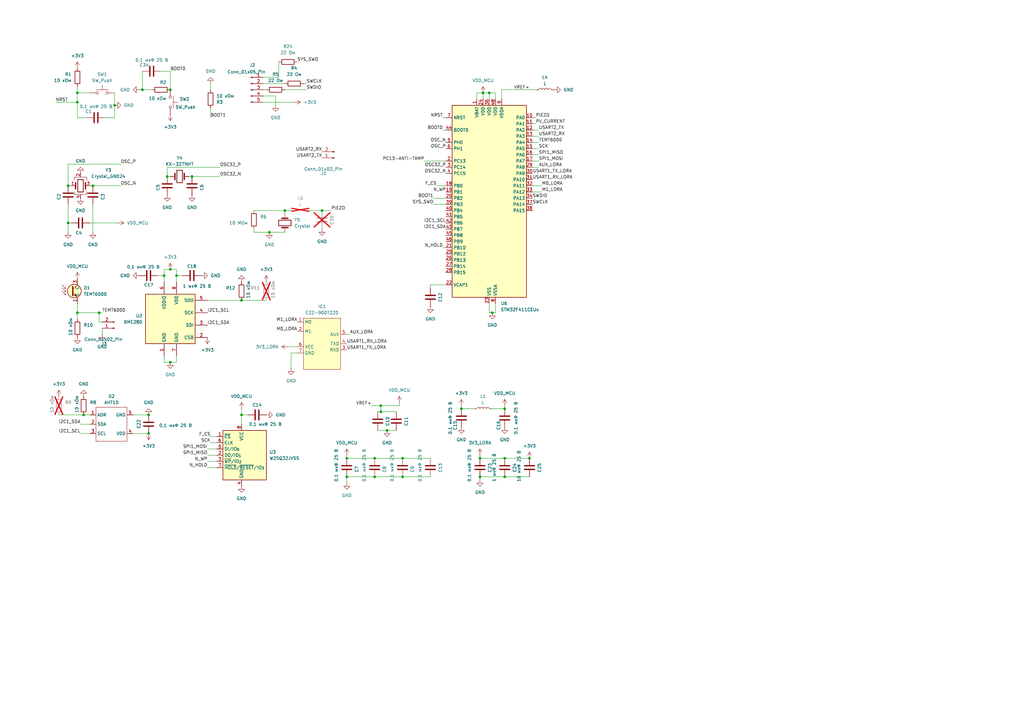
<source format=kicad_sch>
(kicad_sch (version 20250114) (generator "eeschema") (generator_version "9.0")
  (paper "A3")
  (lib_symbols
    (symbol "Connector:Conn_01x02_Pin" (pin_names (offset 1.016) (hide yes))
      (property "Reference" "J" (at 0 2.54 0))
      (property "Value" "Conn_01x02_Pin" (at 0 -5.08 0))
      (symbol "Conn_01x02_Pin_1_1"
        (pin passive line (at 5.08 0 180) (length 3.81) (name "Pin_1") (number "1"))
        (pin passive line (at 5.08 -2.54 180) (length 3.81) (name "Pin_2") (number "2"))
      )
    )
    (symbol "Connector:Conn_01x05_Pin" (pin_names (offset 1.016) (hide yes))
      (property "Reference" "J" (at 0 7.62 0))
      (property "Value" "Conn_01x05_Pin" (at 0 -7.62 0))
      (symbol "Conn_01x05_Pin_1_1"
        (pin passive line (at 5.08 5.08 180) (length 3.81) (name "Pin_1") (number "1"))
        (pin passive line (at 5.08 2.54 180) (length 3.81) (name "Pin_2") (number "2"))
        (pin passive line (at 5.08 0 180) (length 3.81) (name "Pin_3") (number "3"))
        (pin passive line (at 5.08 -2.54 180) (length 3.81) (name "Pin_4") (number "4"))
        (pin passive line (at 5.08 -5.08 180) (length 3.81) (name "Pin_5") (number "5"))
      )
    )
    (symbol "Device:C" (pin_numbers (hide yes)) (pin_names (offset 0.254))
      (property "Reference" "C" (at 0.635 2.54 0))
      (property "Value" "C" (at 0.635 -2.54 0))
      (symbol "C_1_1"
        (pin passive line (at 0 3.81 270) (length 2.794) (name "~") (number "1"))
        (pin passive line (at 0 -3.81 90) (length 2.794) (name "~") (number "2"))
      )
    )
    (symbol "Device:Crystal" (pin_numbers (hide yes)) (pin_names (offset 1.016) (hide yes))
      (property "Reference" "Y" (at 0 3.81 0))
      (property "Value" "Crystal" (at 0 -3.81 0))
      (symbol "Crystal_1_1"
        (pin passive line (at -3.81 0 0) (length 1.27) (name "1") (number "1"))
        (pin passive line (at 3.81 0 180) (length 1.27) (name "2") (number "2"))
      )
    )
    (symbol "Device:Crystal_GND24" (pin_names (offset 1.016) (hide yes))
      (property "Reference" "Y" (at 3.175 5.08 0))
      (property "Value" "Crystal_GND24" (at 3.175 3.175 0))
      (symbol "Crystal_GND24_1_1"
        (pin passive line (at -3.81 0 0) (length 1.27) (name "1") (number "1"))
        (pin passive line (at 0 5.08 270) (length 1.27) (name "2") (number "2"))
        (pin passive line (at 0 -5.08 90) (length 1.27) (name "4") (number "4"))
        (pin passive line (at 3.81 0 180) (length 1.27) (name "3") (number "3"))
      )
    )
    (symbol "Device:L" (pin_numbers (hide yes)) (pin_names (offset 1.016) (hide yes))
      (property "Reference" "L" (at -1.27 0 90))
      (property "Value" "L" (at 1.905 0 90))
      (symbol "L_1_1"
        (pin passive line (at 0 3.81 270) (length 1.27) (name "1") (number "1"))
        (pin passive line (at 0 -3.81 90) (length 1.27) (name "2") (number "2"))
      )
    )
    (symbol "Device:R" (pin_numbers (hide yes)) (pin_names (offset 0))
      (property "Reference" "R" (at 2.032 0 90))
      (property "Value" "R" (at 0 0 90))
      (symbol "R_1_1"
        (pin passive line (at 0 3.81 270) (length 1.27) (name "~") (number "1"))
        (pin passive line (at 0 -3.81 90) (length 1.27) (name "~") (number "2"))
      )
    )
    (symbol "Diplom:AHT10"
      (property "Reference" "D" (at -0.762 -8.89 0))
      (property "Value" "AHT10" (at 0 -6.096 0))
      (symbol "AHT10_1_1"
        (pin input line (at -8.89 3.81 0) (length 2.54) (name "ADR") (number "1"))
        (pin bidirectional line (at -8.89 0 0) (length 2.54) (name "SDA") (number "2"))
        (pin bidirectional line (at -8.89 -3.81 0) (length 2.54) (name "SCL") (number "3"))
        (pin no_connect line (at 0 8.89 270) (length 2.54) (hide yes) (name "NC") (number "6"))
        (pin power_in line (at 8.89 3.81 180) (length 2.54) (name "GND") (number "5"))
        (pin power_in line (at 8.89 -3.81 180) (length 2.54) (name "VDD") (number "4"))
      )
    )
    (symbol "Diplom:E22-900T22D"
      (property "Reference" "IC" (at -1.016 -11.43 0))
      (property "Value" "E22-900T22D" (at 0 -8.89 0))
      (symbol "E22-900T22D_1_1"
        (pin input line (at -10.16 8.89 0) (length 2.54) (name "M0") (number "1"))
        (pin input line (at -10.16 5.08 0) (length 2.54) (name "M1") (number "2"))
        (pin power_in line (at -10.16 -1.27 0) (length 2.54) (name "VCC") (number "6"))
        (pin power_in line (at -10.16 -3.81 0) (length 2.54) (name "GND") (number "7"))
        (pin no_connect line (at 0 12.7 270) (length 2.54) (hide yes) (name "NC") (number "8"))
        (pin no_connect line (at 2.54 12.7 270) (length 2.54) (hide yes) (name "NC") (number "9"))
        (pin no_connect line (at 5.08 12.7 270) (length 2.54) (hide yes) (name "NC") (number "10"))
        (pin output line (at 10.16 3.81 180) (length 2.54) (name "AUX") (number "5"))
        (pin output line (at 10.16 0 180) (length 2.54) (name "TXD") (number "4"))
        (pin input line (at 10.16 -2.54 180) (length 2.54) (name "RXD") (number "3"))
      )
    )
    (symbol "Diplom:TEMT6000"
      (property "Reference" "D" (at 3.556 -2.54 0))
      (property "Value" "TEMT6000" (at 6.35 -0.254 0))
      (symbol "TEMT6000_1_1"
        (pin no_connect line (at -5.08 0 0) (length 5.715) (hide yes) (name "B") (number "2"))
        (pin passive line (at 0 5.08 270) (length 2.54) (name "C") (number "3"))
        (pin passive line (at 0 -5.08 90) (length 2.54) (name "E") (number "1"))
      )
    )
    (symbol "MCU_ST_STM32F4:STM32F411CEUx"
      (property "Reference" "U" (at -15.24 41.91 0))
      (property "Value" "STM32F411CEUx" (at 7.62 41.91 0))
      (symbol "STM32F411CEUx_1_1"
        (pin input line (at -17.78 35.56 0) (length 2.54) (name "NRST") (number "7"))
        (pin input line (at -17.78 30.48 0) (length 2.54) (name "BOOT0") (number "44"))
        (pin bidirectional line (at -17.78 25.4 0) (length 2.54) (name "PH0") (number "5"))
        (pin bidirectional line (at -17.78 22.86 0) (length 2.54) (name "PH1") (number "6"))
        (pin bidirectional line (at -17.78 17.78 0) (length 2.54) (name "PC13") (number "2"))
        (pin bidirectional line (at -17.78 15.24 0) (length 2.54) (name "PC14") (number "3"))
        (pin bidirectional line (at -17.78 12.7 0) (length 2.54) (name "PC15") (number "4"))
        (pin bidirectional line (at -17.78 7.62 0) (length 2.54) (name "PB0") (number "18"))
        (pin bidirectional line (at -17.78 5.08 0) (length 2.54) (name "PB1") (number "19"))
        (pin bidirectional line (at -17.78 2.54 0) (length 2.54) (name "PB2") (number "20"))
        (pin bidirectional line (at -17.78 0 0) (length 2.54) (name "PB3") (number "39"))
        (pin bidirectional line (at -17.78 -2.54 0) (length 2.54) (name "PB4") (number "40"))
        (pin bidirectional line (at -17.78 -5.08 0) (length 2.54) (name "PB5") (number "41"))
        (pin bidirectional line (at -17.78 -7.62 0) (length 2.54) (name "PB6") (number "42"))
        (pin bidirectional line (at -17.78 -10.16 0) (length 2.54) (name "PB7") (number "43"))
        (pin bidirectional line (at -17.78 -12.7 0) (length 2.54) (name "PB8") (number "45"))
        (pin bidirectional line (at -17.78 -15.24 0) (length 2.54) (name "PB9") (number "46"))
        (pin bidirectional line (at -17.78 -17.78 0) (length 2.54) (name "PB10") (number "21"))
        (pin bidirectional line (at -17.78 -20.32 0) (length 2.54) (name "PB12") (number "25"))
        (pin bidirectional line (at -17.78 -22.86 0) (length 2.54) (name "PB13") (number "26"))
        (pin bidirectional line (at -17.78 -25.4 0) (length 2.54) (name "PB14") (number "27"))
        (pin bidirectional line (at -17.78 -27.94 0) (length 2.54) (name "PB15") (number "28"))
        (pin power_out line (at -17.78 -33.02 0) (length 2.54) (name "VCAP1") (number "22"))
        (pin power_in line (at -5.08 43.18 270) (length 2.54) (name "VBAT") (number "1"))
        (pin power_in line (at -2.54 43.18 270) (length 2.54) (name "VDD") (number "24"))
        (pin power_in line (at 0 43.18 270) (length 2.54) (name "VDD") (number "36"))
        (pin power_in line (at 0 -40.64 90) (length 2.54) (name "VSS") (number "23"))
        (pin passive line (at 0 -40.64 90) (length 2.54) (hide yes) (name "VSS") (number "35"))
        (pin passive line (at 0 -40.64 90) (length 2.54) (hide yes) (name "VSS") (number "47"))
        (pin passive line (at 0 -40.64 90) (length 2.54) (hide yes) (name "VSS") (number "49"))
        (pin power_in line (at 2.54 43.18 270) (length 2.54) (name "VDD") (number "48"))
        (pin power_in line (at 2.54 -40.64 90) (length 2.54) (name "VSSA") (number "8"))
        (pin power_in line (at 5.08 43.18 270) (length 2.54) (name "VDDA") (number "9"))
        (pin bidirectional line (at 17.78 35.56 180) (length 2.54) (name "PA0") (number "10"))
        (pin bidirectional line (at 17.78 33.02 180) (length 2.54) (name "PA1") (number "11"))
        (pin bidirectional line (at 17.78 30.48 180) (length 2.54) (name "PA2") (number "12"))
        (pin bidirectional line (at 17.78 27.94 180) (length 2.54) (name "PA3") (number "13"))
        (pin bidirectional line (at 17.78 25.4 180) (length 2.54) (name "PA4") (number "14"))
        (pin bidirectional line (at 17.78 22.86 180) (length 2.54) (name "PA5") (number "15"))
        (pin bidirectional line (at 17.78 20.32 180) (length 2.54) (name "PA6") (number "16"))
        (pin bidirectional line (at 17.78 17.78 180) (length 2.54) (name "PA7") (number "17"))
        (pin bidirectional line (at 17.78 15.24 180) (length 2.54) (name "PA8") (number "29"))
        (pin bidirectional line (at 17.78 12.7 180) (length 2.54) (name "PA9") (number "30"))
        (pin bidirectional line (at 17.78 10.16 180) (length 2.54) (name "PA10") (number "31"))
        (pin bidirectional line (at 17.78 7.62 180) (length 2.54) (name "PA11") (number "32"))
        (pin bidirectional line (at 17.78 5.08 180) (length 2.54) (name "PA12") (number "33"))
        (pin bidirectional line (at 17.78 2.54 180) (length 2.54) (name "PA13") (number "34"))
        (pin bidirectional line (at 17.78 0 180) (length 2.54) (name "PA14") (number "37"))
        (pin bidirectional line (at 17.78 -2.54 180) (length 2.54) (name "PA15") (number "38"))
      )
    )
    (symbol "Memory_Flash:W25Q32JVSS"
      (property "Reference" "U" (at -6.35 11.43 0))
      (property "Value" "W25Q32JVSS" (at 7.62 11.43 0))
      (symbol "W25Q32JVSS_1_1"
        (pin input line (at -10.16 7.62 0) (length 2.54) (name "~{CS}") (number "1"))
        (pin input line (at -10.16 5.08 0) (length 2.54) (name "CLK") (number "6"))
        (pin bidirectional line (at -10.16 2.54 0) (length 2.54) (name "DI/IO_{0}") (number "5"))
        (pin bidirectional line (at -10.16 0 0) (length 2.54) (name "DO/IO_{1}") (number "2"))
        (pin bidirectional line (at -10.16 -2.54 0) (length 2.54) (name "~{WP}/IO_{2}") (number "3"))
        (pin bidirectional line (at -10.16 -5.08 0) (length 2.54) (name "~{HOLD}/~{RESET}/IO_{3}") (number "7"))
        (pin power_in line (at 0 12.7 270) (length 2.54) (name "VCC") (number "8"))
        (pin power_in line (at 0 -12.7 90) (length 2.54) (name "GND") (number "4"))
      )
    )
    (symbol "Sensor:BME280"
      (property "Reference" "U" (at -8.89 11.43 0))
      (property "Value" "BME280" (at 7.62 11.43 0))
      (symbol "BME280_1_1"
        (pin power_in line (at -2.54 15.24 270) (length 5.08) (name "VDDIO") (number "6"))
        (pin power_in line (at -2.54 -15.24 90) (length 5.08) (name "GND") (number "1"))
        (pin power_in line (at 2.54 15.24 270) (length 5.08) (name "VDD") (number "8"))
        (pin power_in line (at 2.54 -15.24 90) (length 5.08) (name "GND") (number "7"))
        (pin bidirectional line (at 15.24 7.62 180) (length 5.08) (name "SDO") (number "5"))
        (pin input line (at 15.24 2.54 180) (length 5.08) (name "SCK") (number "4"))
        (pin bidirectional line (at 15.24 -2.54 180) (length 5.08) (name "SDI") (number "3"))
        (pin input line (at 15.24 -7.62 180) (length 5.08) (name "CSB") (number "2"))
      )
    )
    (symbol "Switch:SW_Push" (pin_numbers (hide yes)) (pin_names (offset 1.016) (hide yes))
      (property "Reference" "SW" (at 1.27 2.54 0))
      (property "Value" "SW_Push" (at 0 -1.524 0))
      (symbol "SW_Push_0_1"
        (pin passive line (at -5.08 0 0) (length 2.54) (name "1") (number "1"))
        (pin passive line (at 5.08 0 180) (length 2.54) (name "2") (number "2"))
      )
    )
    (symbol "power:+3.3V" (power) (pin_numbers (hide yes)) (pin_names (offset 0) (hide yes))
      (property "Value" "+3.3V" (at 0 3.556 0))
      (symbol "+3.3V_1_1"
        (pin power_in line (at 0 0 90) (length 0) (name "~") (number "1"))
      )
    )
    (symbol "power:+3V3" (power) (pin_numbers (hide yes)) (pin_names (offset 0) (hide yes))
      (property "Value" "+3V3" (at 0 3.556 0))
      (symbol "+3V3_1_1"
        (pin power_in line (at 0 0 90) (length 0) (name "~") (number "1"))
      )
    )
    (symbol "power:GND" (power) (pin_numbers (hide yes)) (pin_names (offset 0) (hide yes))
      (property "Value" "GND" (at 0 -3.81 0))
      (symbol "GND_1_1"
        (pin power_in line (at 0 0 270) (length 0) (name "~") (number "1"))
      )
    )
  )
  (junction (at 207.01 187.96))
  (junction (at 68.58 72.39))
  (junction (at 58.42 36.83))
  (junction (at 67.31 113.03))
  (junction (at 196.85 187.96))
  (junction (at 99.06 123.19))
  (junction (at 69.85 148.59))
  (junction (at 156.21 166.37))
  (junction (at 27.94 91.44))
  (junction (at 38.1 76.2))
  (junction (at 34.29 170.18))
  (junction (at 31.75 128.27))
  (junction (at 165.1 187.96))
  (junction (at 27.94 76.2))
  (junction (at 99.06 170.18))
  (junction (at 165.1 195.58))
  (junction (at 132.08 86.36))
  (junction (at 153.67 195.58))
  (junction (at 69.85 36.83))
  (junction (at 60.96 170.18))
  (junction (at 142.24 187.96))
  (junction (at 69.85 110.49))
  (junction (at 60.96 177.8))
  (junction (at 40.64 128.27))
  (junction (at 201.93 128.27))
  (junction (at 207.01 167.64))
  (junction (at 156.21 168.91))
  (junction (at 116.84 86.36))
  (junction (at 142.24 195.58))
  (junction (at 153.67 187.96))
  (junction (at 207.01 195.58))
  (junction (at 200.66 38.1))
  (junction (at 198.12 38.1))
  (junction (at 196.85 195.58))
  (junction (at 31.75 41.91))
  (junction (at 72.39 113.03))
  (junction (at 158.75 176.53))
  (junction (at 110.49 95.25))
  (junction (at 189.23 167.64))
  (junction (at 46.99 43.18))
  (junction (at 31.75 38.1))
  (junction (at 78.74 72.39))
  (junction (at 217.17 187.96))
  (wire (pts (xy 27.94 91.44) (xy 29.21 91.44)))
  (wire (pts (xy 22.86 41.91) (xy 31.75 41.91)))
  (wire (pts (xy 46.99 43.18) (xy 46.99 48.26)))
  (wire (pts (xy 207.01 187.96) (xy 217.17 187.96)))
  (wire (pts (xy 107.95 41.91) (xy 120.65 41.91)))
  (wire (pts (xy 86.36 44.45) (xy 86.36 48.26)))
  (wire (pts (xy 40.64 128.27) (xy 41.91 128.27)))
  (wire (pts (xy 177.8 81.28) (xy 182.88 81.28)))
  (wire (pts (xy 142.24 137.16) (xy 143.51 137.16)))
  (wire (pts (xy 173.99 66.04) (xy 182.88 66.04)))
  (wire (pts (xy 85.09 189.23) (xy 88.9 189.23)))
  (wire (pts (xy 196.85 195.58) (xy 207.01 195.58)))
  (wire (pts (xy 198.12 38.1) (xy 198.12 40.64)))
  (wire (pts (xy 176.53 116.84) (xy 182.88 116.84)))
  (wire (pts (xy 218.44 53.34) (xy 220.98 53.34)))
  (wire (pts (xy 132.08 86.36) (xy 135.89 86.36)))
  (wire (pts (xy 36.83 91.44) (xy 48.26 91.44)))
  (wire (pts (xy 72.39 113.03) (xy 72.39 110.49)))
  (wire (pts (xy 165.1 195.58) (xy 176.53 195.58)))
  (wire (pts (xy 207.01 166.37) (xy 207.01 167.64)))
  (wire (pts (xy 177.8 83.82) (xy 182.88 83.82)))
  (wire (pts (xy 38.1 83.82) (xy 38.1 95.25)))
  (wire (pts (xy 107.95 31.75) (xy 114.3 31.75)))
  (wire (pts (xy 116.84 87.63) (xy 116.84 86.36)))
  (wire (pts (xy 67.31 148.59) (xy 69.85 148.59)))
  (wire (pts (xy 200.66 40.64) (xy 200.66 38.1)))
  (wire (pts (xy 78.74 72.39) (xy 90.17 72.39)))
  (wire (pts (xy 85.09 186.69) (xy 88.9 186.69)))
  (wire (pts (xy 67.31 146.05) (xy 67.31 148.59)))
  (wire (pts (xy 205.74 36.83) (xy 205.74 40.64)))
  (wire (pts (xy 218.44 66.04) (xy 220.98 66.04)))
  (wire (pts (xy 110.49 95.25) (xy 104.14 95.25)))
  (wire (pts (xy 31.75 41.91) (xy 31.75 38.1)))
  (wire (pts (xy 68.58 68.58) (xy 90.17 68.58)))
  (wire (pts (xy 67.31 110.49) (xy 69.85 110.49)))
  (wire (pts (xy 158.75 176.53) (xy 162.56 176.53)))
  (wire (pts (xy 119.38 151.13) (xy 119.38 144.78)))
  (wire (pts (xy 72.39 148.59) (xy 69.85 148.59)))
  (wire (pts (xy 40.64 132.08) (xy 40.64 128.27)))
  (wire (pts (xy 31.75 48.26) (xy 31.75 41.91)))
  (wire (pts (xy 99.06 170.18) (xy 99.06 173.99)))
  (wire (pts (xy 24.13 170.18) (xy 34.29 170.18)))
  (wire (pts (xy 109.22 123.19) (xy 99.06 123.19)))
  (wire (pts (xy 196.85 195.58) (xy 196.85 196.85)))
  (wire (pts (xy 156.21 168.91) (xy 162.56 168.91)))
  (wire (pts (xy 67.31 113.03) (xy 67.31 110.49)))
  (wire (pts (xy 125.73 34.29) (xy 124.46 34.29)))
  (wire (pts (xy 68.58 68.58) (xy 68.58 72.39)))
  (wire (pts (xy 200.66 38.1) (xy 203.2 38.1)))
  (wire (pts (xy 198.12 38.1) (xy 200.66 38.1)))
  (wire (pts (xy 152.4 166.37) (xy 156.21 166.37)))
  (wire (pts (xy 78.74 72.39) (xy 77.47 72.39)))
  (wire (pts (xy 36.83 38.1) (xy 31.75 38.1)))
  (wire (pts (xy 72.39 146.05) (xy 72.39 148.59)))
  (wire (pts (xy 127 86.36) (xy 132.08 86.36)))
  (wire (pts (xy 113.03 39.37) (xy 113.03 43.18)))
  (wire (pts (xy 181.61 48.26) (xy 182.88 48.26)))
  (wire (pts (xy 196.85 187.96) (xy 207.01 187.96)))
  (wire (pts (xy 203.2 128.27) (xy 201.93 128.27)))
  (wire (pts (xy 218.44 68.58) (xy 220.98 68.58)))
  (wire (pts (xy 27.94 95.25) (xy 27.94 91.44)))
  (wire (pts (xy 203.2 124.46) (xy 203.2 128.27)))
  (wire (pts (xy 218.44 63.5) (xy 220.98 63.5)))
  (wire (pts (xy 72.39 113.03) (xy 74.93 113.03)))
  (wire (pts (xy 35.56 48.26) (xy 31.75 48.26)))
  (wire (pts (xy 33.02 173.99) (xy 36.83 173.99)))
  (wire (pts (xy 57.15 36.83) (xy 58.42 36.83)))
  (wire (pts (xy 27.94 67.31) (xy 49.53 67.31)))
  (wire (pts (xy 85.09 123.19) (xy 99.06 123.19)))
  (wire (pts (xy 189.23 166.37) (xy 189.23 167.64)))
  (wire (pts (xy 165.1 187.96) (xy 176.53 187.96)))
  (wire (pts (xy 116.84 95.25) (xy 110.49 95.25)))
  (wire (pts (xy 189.23 167.64) (xy 194.31 167.64)))
  (wire (pts (xy 85.09 184.15) (xy 88.9 184.15)))
  (wire (pts (xy 207.01 195.58) (xy 217.17 195.58)))
  (wire (pts (xy 218.44 58.42) (xy 220.98 58.42)))
  (wire (pts (xy 27.94 67.31) (xy 27.94 76.2)))
  (wire (pts (xy 41.91 134.62) (xy 41.91 137.16)))
  (wire (pts (xy 163.83 166.37) (xy 156.21 166.37)))
  (wire (pts (xy 41.91 132.08) (xy 40.64 132.08)))
  (wire (pts (xy 153.67 187.96) (xy 165.1 187.96)))
  (wire (pts (xy 195.58 40.64) (xy 195.58 38.1)))
  (wire (pts (xy 38.1 76.2) (xy 36.83 76.2)))
  (wire (pts (xy 27.94 76.2) (xy 29.21 76.2)))
  (wire (pts (xy 46.99 38.1) (xy 46.99 43.18)))
  (wire (pts (xy 203.2 40.64) (xy 203.2 38.1)))
  (wire (pts (xy 58.42 36.83) (xy 62.23 36.83)))
  (wire (pts (xy 109.22 36.83) (xy 107.95 36.83)))
  (wire (pts (xy 85.09 191.77) (xy 88.9 191.77)))
  (wire (pts (xy 31.75 128.27) (xy 40.64 128.27)))
  (wire (pts (xy 33.02 177.8) (xy 36.83 177.8)))
  (wire (pts (xy 218.44 55.88) (xy 220.98 55.88)))
  (wire (pts (xy 34.29 170.18) (xy 36.83 170.18)))
  (wire (pts (xy 219.71 48.26) (xy 218.44 48.26)))
  (wire (pts (xy 116.84 86.36) (xy 119.38 86.36)))
  (wire (pts (xy 179.07 76.2) (xy 182.88 76.2)))
  (wire (pts (xy 222.25 78.74) (xy 218.44 78.74)))
  (wire (pts (xy 200.66 128.27) (xy 201.93 128.27)))
  (wire (pts (xy 125.73 36.83) (xy 116.84 36.83)))
  (wire (pts (xy 31.75 128.27) (xy 31.75 130.81)))
  (wire (pts (xy 99.06 170.18) (xy 101.6 170.18)))
  (wire (pts (xy 163.83 165.1) (xy 163.83 166.37)))
  (wire (pts (xy 205.74 36.83) (xy 219.71 36.83)))
  (wire (pts (xy 118.11 142.24) (xy 121.92 142.24)))
  (wire (pts (xy 31.75 38.1) (xy 31.75 35.56)))
  (wire (pts (xy 114.3 25.4) (xy 114.3 31.75)))
  (wire (pts (xy 142.24 195.58) (xy 153.67 195.58)))
  (wire (pts (xy 66.04 29.21) (xy 69.85 29.21)))
  (wire (pts (xy 72.39 110.49) (xy 69.85 110.49)))
  (wire (pts (xy 153.67 195.58) (xy 165.1 195.58)))
  (wire (pts (xy 218.44 60.96) (xy 220.98 60.96)))
  (wire (pts (xy 181.61 53.34) (xy 182.88 53.34)))
  (wire (pts (xy 142.24 195.58) (xy 142.24 198.12)))
  (wire (pts (xy 104.14 95.25) (xy 104.14 93.98)))
  (wire (pts (xy 31.75 124.46) (xy 31.75 128.27)))
  (wire (pts (xy 107.95 39.37) (xy 113.03 39.37)))
  (wire (pts (xy 54.61 177.8) (xy 60.96 177.8)))
  (wire (pts (xy 181.61 101.6) (xy 182.88 101.6)))
  (wire (pts (xy 222.25 76.2) (xy 218.44 76.2)))
  (wire (pts (xy 58.42 29.21) (xy 58.42 36.83)))
  (wire (pts (xy 67.31 115.57) (xy 67.31 113.03)))
  (wire (pts (xy 196.85 186.69) (xy 196.85 187.96)))
  (wire (pts (xy 176.53 118.11) (xy 176.53 116.84)))
  (wire (pts (xy 72.39 115.57) (xy 72.39 113.03)))
  (wire (pts (xy 156.21 166.37) (xy 156.21 168.91)))
  (wire (pts (xy 99.06 167.64) (xy 99.06 170.18)))
  (wire (pts (xy 116.84 34.29) (xy 107.95 34.29)))
  (wire (pts (xy 86.36 179.07) (xy 88.9 179.07)))
  (wire (pts (xy 68.58 72.39) (xy 69.85 72.39)))
  (wire (pts (xy 142.24 186.69) (xy 142.24 187.96)))
  (wire (pts (xy 219.71 50.8) (xy 218.44 50.8)))
  (wire (pts (xy 86.36 181.61) (xy 88.9 181.61)))
  (wire (pts (xy 104.14 86.36) (xy 116.84 86.36)))
  (wire (pts (xy 200.66 124.46) (xy 200.66 128.27)))
  (wire (pts (xy 154.94 176.53) (xy 158.75 176.53)))
  (wire (pts (xy 38.1 76.2) (xy 49.53 76.2)))
  (wire (pts (xy 54.61 170.18) (xy 60.96 170.18)))
  (wire (pts (xy 69.85 29.21) (xy 69.85 36.83)))
  (wire (pts (xy 27.94 83.82) (xy 27.94 91.44)))
  (wire (pts (xy 119.38 144.78) (xy 121.92 144.78)))
  (wire (pts (xy 64.77 113.03) (xy 67.31 113.03)))
  (wire (pts (xy 201.93 167.64) (xy 207.01 167.64)))
  (wire (pts (xy 142.24 187.96) (xy 153.67 187.96)))
  (wire (pts (xy 154.94 168.91) (xy 156.21 168.91)))
  (wire (pts (xy 195.58 38.1) (xy 198.12 38.1)))
  (wire (pts (xy 86.36 34.29) (xy 86.36 36.83)))
  (wire (pts (xy 46.99 48.26) (xy 43.18 48.26)))
  (label "PIEZO" (at 135.89 86.36 0))
  (label "OSC_P" (at 182.88 60.96 180))
  (label "I2C1_SDA" (at 85.09 133.35 0))
  (label "SYS_SWO" (at 121.92 25.4 0))
  (label "M1_LORA" (at 121.92 132.08 180))
  (label "SWCLK" (at 218.44 83.82 0))
  (label "VREF+" (at 217.17 36.83 180))
  (label "OSC32_P" (at 90.17 68.58 0))
  (label "SWDIO" (at 125.73 36.83 0))
  (label "OSC_N" (at 49.53 76.2 0))
  (label "OSC_N" (at 182.88 58.42 180))
  (label "SWCLK" (at 125.73 34.29 0))
  (label "F_CS" (at 86.36 179.07 180))
  (label "N_HOLD" (at 85.09 191.77 180))
  (label "USART1_RX_LORA" (at 218.44 73.66 0))
  (label "PC13-ANTI-TAMP" (at 173.99 66.04 180))
  (label "N_HOLD" (at 181.61 101.6 180))
  (label "TEMT6000" (at 41.91 128.27 0))
  (label "SCK" (at 220.98 60.96 0))
  (label "VREF+" (at 152.4 166.37 180))
  (label "SPI1_MOSI" (at 220.98 66.04 0))
  (label "OSC32_N" (at 182.88 71.12 180))
  (label "I2C1_SCL" (at 182.88 91.44 180))
  (label "USART2_RX" (at 220.98 55.88 0))
  (label "N_WP" (at 182.88 78.74 180))
  (label "OSC_P" (at 49.53 67.31 0))
  (label "USART2_TX" (at 132.08 64.77 180))
  (label "F_CS" (at 179.07 76.2 180))
  (label "TEMT6000" (at 220.98 58.42 0))
  (label "M0_LORA" (at 222.25 76.2 0))
  (label "NRST" (at 181.61 48.26 180))
  (label "SYS_SWO" (at 177.8 83.82 180))
  (label "PIEZO" (at 219.71 48.26 0))
  (label "OSC32_P" (at 182.88 68.58 180))
  (label "USART2_RX" (at 132.08 62.23 180))
  (label "SCK" (at 86.36 181.61 180))
  (label "M0_LORA" (at 121.92 135.89 180))
  (label "SPI1_MOSI" (at 85.09 184.15 180))
  (label "I2C1_SCL" (at 33.02 177.8 180))
  (label "SPI1_MISO" (at 220.98 63.5 0))
  (label "SWDIO" (at 218.44 81.28 0))
  (label "NRST" (at 22.86 41.91 0))
  (label "AUX_LORA" (at 220.98 68.58 0))
  (label "I2C1_SCL" (at 85.09 128.27 0))
  (label "BOOT0" (at 69.85 29.21 0))
  (label "USART1_TX_LORA" (at 218.44 71.12 0))
  (label "AUX_LORA" (at 143.51 137.16 0))
  (label "N_WP" (at 85.09 189.23 180))
  (label "OSC32_N" (at 90.17 72.39 0))
  (label "USART1_TX_LORA" (at 142.24 143.51 0))
  (label "I2C1_SDA" (at 33.02 173.99 180))
  (label "BOOT1" (at 86.36 48.26 0))
  (label "BOOT1" (at 177.8 81.28 180))
  (label "SPI1_MISO" (at 85.09 186.69 180))
  (label "USART2_TX" (at 220.98 53.34 0))
  (label "USART1_RX_LORA" (at 142.24 140.97 0))
  (label "I2C1_SDA" (at 182.88 93.98 180))
  (label "BOOT0" (at 181.61 53.34 180))
  (label "M1_LORA" (at 222.25 78.74 0))
  (label "PV_CURRENT" (at 219.71 50.8 0))
  (symbol (lib_id "Device:R") (at 86.36 40.64 180) (unit 1)
    (property "Reference" "R3" (at 91.44 41.91 0) (effects (justify left)))
    (property "Value" "10 кОм" (at 96.012 39.37 0) (effects (justify left)))
    (property "Footprint" "Resistor_SMD:R_0603_1608Metric_Pad0.98x0.95mm_HandSolder" (effects (hide yes)))
    (property "Description" "Resistor" (effects (hide yes)))
  )
  (symbol (lib_id "power:+3V3") (at 60.96 177.8 180) (unit 1)
    (property "Reference" "#PWR034" (effects (hide yes)))
    (property "Value" "+3V3" (at 60.96 182.88 0))
    (property "Description" "Power symbol creates a global label with name \"+3V3\"" (effects (hide yes)))
  )
  (symbol (lib_id "power:GND") (at 99.06 199.39 0) (unit 1)
    (property "Reference" "#PWR016" (effects (hide yes)))
    (property "Value" "GND" (at 99.06 204.47 0))
    (property "Description" "Power symbol creates a global label with name \"GND\" , ground" (effects (hide yes)))
  )
  (symbol (lib_id "Device:C") (at 132.08 90.17 0) (mirror y) (unit 1) (dnp yes)
    (property "Reference" "C35" (at 136.144 92.202 90) (effects (justify left)))
    (property "Value" "12 пФ 25 В" (effects (hide yes)))
    (property "Footprint" "Capacitor_SMD:C_0603_1608Metric_Pad1.08x0.95mm_HandSolder" (effects (hide yes)))
    (property "Description" "Unpolarized capacitor" (effects (hide yes)))
  )
  (symbol (lib_id "power:GND") (at 57.15 113.03 270) (unit 1)
    (property "Reference" "#PWR030" (effects (hide yes)))
    (property "Value" "GND" (at 53.34 113.0299 90) (effects (justify right)))
    (property "Description" "Power symbol creates a global label with name \"GND\" , ground" (effects (hide yes)))
  )
  (symbol (lib_id "power:+3V3") (at 24.13 162.56 0) (unit 1)
    (property "Reference" "#PWR036" (effects (hide yes)))
    (property "Value" "+3V3" (at 24.13 157.48 0))
    (property "Description" "Power symbol creates a global label with name \"+3V3\"" (effects (hide yes)))
  )
  (symbol (lib_id "power:GND") (at 82.55 113.03 90) (unit 1)
    (property "Reference" "#PWR031" (effects (hide yes)))
    (property "Value" "GND" (at 86.36 113.0299 90) (effects (justify right)))
    (property "Description" "Power symbol creates a global label with name \"GND\" , ground" (effects (hide yes)))
  )
  (symbol (lib_id "power:GND") (at 110.49 95.25 0) (unit 1)
    (property "Reference" "#PWR011" (effects (hide yes)))
    (property "Value" "GND" (at 110.49 100.33 0))
    (property "Description" "Power symbol creates a global label with name \"GND\" , ground" (effects (hide yes)))
  )
  (symbol (lib_id "Device:Crystal") (at 116.84 91.44 90) (unit 1)
    (property "Reference" "Y5" (at 120.65 90.1699 90) (effects (justify right)))
    (property "Value" "Crystal" (at 120.65 92.7099 90) (effects (justify right)))
    (property "Footprint" "Connector_Wire:SolderWire-0.75sqmm_1x02_P4.8mm_D1.25mm_OD2.3mm" (effects (hide yes)))
    (property "Description" "Two pin crystal" (effects (hide yes)))
  )
  (symbol (lib_id "power:GND") (at 99.06 115.57 0) (mirror x) (unit 1)
    (property "Reference" "#PWR046" (effects (hide yes)))
    (property "Value" "GND" (at 99.06 110.49 0))
    (property "Description" "Power symbol creates a global label with name \"GND\" , ground" (effects (hide yes)))
  )
  (symbol (lib_id "Device:R") (at 24.13 166.37 0) (unit 1) (dnp yes)
    (property "Reference" "R9" (at 26.67 165.0999 0) (effects (justify left)))
    (property "Value" "10 кОм" (at 21.336 169.418 90) (effects (justify left)))
    (property "Footprint" "Resistor_SMD:R_0603_1608Metric_Pad0.98x0.95mm_HandSolder" (effects (hide yes)))
    (property "Description" "Resistor" (effects (hide yes)))
  )
  (symbol (lib_id "Device:C") (at 196.85 191.77 0) (mirror y) (unit 1)
    (property "Reference" "C23" (at 200.914 193.802 90) (effects (justify left)))
    (property "Value" "0,1 мкФ 25 В" (at 192.532 197.612 90) (effects (justify left)))
    (property "Footprint" "Capacitor_SMD:C_0603_1608Metric_Pad1.08x0.95mm_HandSolder" (effects (hide yes)))
    (property "Description" "Unpolarized capacitor" (effects (hide yes)))
  )
  (symbol (lib_id "power:GND") (at 68.58 80.01 0) (unit 1)
    (property "Reference" "#PWR09" (effects (hide yes)))
    (property "Value" "GND" (at 68.58 85.09 0))
    (property "Description" "Power symbol creates a global label with name \"GND\" , ground" (effects (hide yes)))
  )
  (symbol (lib_id "Switch:SW_Push") (at 69.85 41.91 270) (unit 1)
    (property "Reference" "SW2" (at 73.66 40.6399 90) (effects (justify left)))
    (property "Value" "SW_Push" (at 71.882 43.942 90) (effects (justify left)))
    (property "Footprint" "Diplom:FSM8JSMATR" (effects (hide yes)))
    (property "Description" "Push button switch, generic, two pins" (effects (hide yes)))
  )
  (symbol (lib_id "Device:R") (at 31.75 134.62 0) (unit 1)
    (property "Reference" "R10" (at 34.29 133.3499 0) (effects (justify left)))
    (property "Value" "10 кОм" (at 28.956 137.668 90) (effects (justify left)))
    (property "Footprint" "Resistor_SMD:R_0603_1608Metric_Pad0.98x0.95mm_HandSolder" (effects (hide yes)))
    (property "Description" "Resistor" (effects (hide yes)))
  )
  (symbol (lib_id "power:+3V3") (at 189.23 166.37 0) (unit 1)
    (property "Reference" "#PWR027" (effects (hide yes)))
    (property "Value" "+3V3" (at 189.23 161.29 0))
    (property "Description" "Power symbol creates a global label with name \"+3V3\"" (effects (hide yes)))
  )
  (symbol (lib_id "power:+3V3") (at 85.09 138.43 180) (unit 1)
    (property "Reference" "#PWR044" (effects (hide yes)))
    (property "Value" "+3V3" (at 85.09 143.51 0))
    (property "Description" "Power symbol creates a global label with name \"+3V3\"" (effects (hide yes)))
  )
  (symbol (lib_id "Device:C") (at 33.02 91.44 270) (mirror x) (unit 1)
    (property "Reference" "C4" (at 30.988 95.504 90) (effects (justify left)))
    (property "Value" "0,1 мкФ 25 В" (effects (hide yes)))
    (property "Footprint" "Capacitor_SMD:C_0603_1608Metric_Pad1.08x0.95mm_HandSolder" (effects (hide yes)))
    (property "Description" "Unpolarized capacitor" (effects (hide yes)))
  )
  (symbol (lib_id "Device:R") (at 113.03 36.83 270) (unit 1)
    (property "Reference" "R5" (at 113.03 30.48 90))
    (property "Value" "22 Ом" (at 113.03 33.02 90))
    (property "Footprint" "Resistor_SMD:R_0603_1608Metric_Pad0.98x0.95mm_HandSolder" (effects (hide yes)))
    (property "Description" "Resistor" (effects (hide yes)))
  )
  (symbol (lib_id "power:+3V3") (at 69.85 46.99 180) (unit 1)
    (property "Reference" "#PWR04" (effects (hide yes)))
    (property "Value" "+3V3" (at 69.85 52.07 0))
    (property "Description" "Power symbol creates a global label with name \"+3V3\"" (effects (hide yes)))
  )
  (symbol (lib_id "Device:R") (at 99.06 119.38 0) (mirror y) (unit 1)
    (property "Reference" "R12" (at 96.52 118.1099 0) (effects (justify left)))
    (property "Value" "10 кОм" (at 101.854 122.428 90) (effects (justify left)))
    (property "Footprint" "Resistor_SMD:R_0603_1608Metric_Pad0.98x0.95mm_HandSolder" (effects (hide yes)))
    (property "Description" "Resistor" (effects (hide yes)))
  )
  (symbol (lib_id "power:+3.3V") (at 31.75 114.3 0) (unit 1)
    (property "Reference" "#PWR042" (effects (hide yes)))
    (property "Value" "VDD_MCU" (at 31.75 109.22 0))
    (property "Description" "Power symbol creates a global label with name \"+3.3V\"" (effects (hide yes)))
  )
  (symbol (lib_id "Device:C") (at 78.74 76.2 0) (mirror y) (unit 1)
    (property "Reference" "C6" (at 82.804 78.232 90) (effects (justify left)))
    (property "Value" "12 пФ 25 В" (effects (hide yes)))
    (property "Footprint" "Capacitor_SMD:C_0603_1608Metric_Pad1.08x0.95mm_HandSolder" (effects (hide yes)))
    (property "Description" "Unpolarized capacitor" (effects (hide yes)))
  )
  (symbol (lib_id "power:GND") (at 27.94 95.25 0) (unit 1)
    (property "Reference" "#PWR07" (effects (hide yes)))
    (property "Value" "GND" (at 27.94 100.33 0))
    (property "Description" "Power symbol creates a global label with name \"GND\" , ground" (effects (hide yes)))
  )
  (symbol (lib_id "Switch:SW_Push") (at 41.91 38.1 0) (unit 1)
    (property "Reference" "SW1" (at 41.91 30.48 0))
    (property "Value" "SW_Push" (at 41.91 33.02 0))
    (property "Footprint" "Diplom:FSM8JSMATR" (effects (hide yes)))
    (property "Description" "Push button switch, generic, two pins" (effects (hide yes)))
  )
  (symbol (lib_id "power:GND") (at 86.36 34.29 180) (unit 1)
    (property "Reference" "#PWR05" (effects (hide yes)))
    (property "Value" "GND" (at 86.36 29.21 0))
    (property "Description" "Power symbol creates a global label with name \"GND\" , ground" (effects (hide yes)))
  )
  (symbol (lib_id "Device:R") (at 104.14 90.17 0) (unit 1)
    (property "Reference" "R6" (at 106.68 88.8999 0) (effects (justify left)))
    (property "Value" "10 МОм" (at 93.98 91.44 0) (effects (justify left)))
    (property "Footprint" "Resistor_SMD:R_0603_1608Metric_Pad0.98x0.95mm_HandSolder" (effects (hide yes)))
    (property "Description" "Resistor" (effects (hide yes)))
  )
  (symbol (lib_id "Device:R") (at 66.04 36.83 270) (unit 1)
    (property "Reference" "R2" (at 65.532 33.782 90) (effects (justify left)))
    (property "Value" "10 кОм" (at 60.96 40.386 90) (effects (justify left)))
    (property "Footprint" "Resistor_SMD:R_0603_1608Metric_Pad0.98x0.95mm_HandSolder" (effects (hide yes)))
    (property "Description" "Resistor" (effects (hide yes)))
  )
  (symbol (lib_id "Device:R") (at 109.22 119.38 0) (mirror y) (unit 1) (dnp yes)
    (property "Reference" "R11" (at 106.68 118.1099 0) (effects (justify left)))
    (property "Value" "10 кОм" (at 112.014 122.428 90) (effects (justify left)))
    (property "Footprint" "Resistor_SMD:R_0603_1608Metric_Pad0.98x0.95mm_HandSolder" (effects (hide yes)))
    (property "Description" "Resistor" (effects (hide yes)))
  )
  (symbol (lib_id "Device:C") (at 60.96 113.03 90) (mirror x) (unit 1)
    (property "Reference" "C17" (at 62.992 116.84 90) (effects (justify left)))
    (property "Value" "0,1 мкФ 25 В" (at 65.532 109.474 90) (effects (justify left)))
    (property "Footprint" "Capacitor_SMD:C_0603_1608Metric_Pad1.08x0.95mm_HandSolder" (effects (hide yes)))
    (property "Description" "Unpolarized capacitor" (effects (hide yes)))
  )
  (symbol (lib_id "power:GND") (at 113.03 43.18 0) (unit 1)
    (property "Reference" "#PWR012" (effects (hide yes)))
    (property "Value" "GND" (at 113.03 48.26 0))
    (property "Description" "Power symbol creates a global label with name \"GND\" , ground" (effects (hide yes)))
  )
  (symbol (lib_id "power:+3.3V") (at 207.01 166.37 0) (unit 1)
    (property "Reference" "#PWR026" (effects (hide yes)))
    (property "Value" "VDD_MCU" (at 207.01 161.29 0))
    (property "Description" "Power symbol creates a global label with name \"+3.3V\"" (effects (hide yes)))
  )
  (symbol (lib_id "Device:C") (at 189.23 171.45 180) (unit 1)
    (property "Reference" "C15" (at 186.69 174.498 90))
    (property "Value" "0,1 мкФ 25 В" (at 184.658 171.45 90))
    (property "Footprint" "Capacitor_SMD:C_0603_1608Metric_Pad1.08x0.95mm_HandSolder" (effects (hide yes)))
    (property "Description" "Unpolarized capacitor" (effects (hide yes)))
  )
  (symbol (lib_id "power:GND") (at 119.38 151.13 0) (unit 1)
    (property "Reference" "#PWR038" (effects (hide yes)))
    (property "Value" "GND" (at 119.38 156.21 0))
    (property "Description" "Power symbol creates a global label with name \"GND\" , ground" (effects (hide yes)))
  )
  (symbol (lib_id "Device:C") (at 105.41 170.18 90) (mirror x) (unit 1)
    (property "Reference" "C14" (at 107.442 166.116 90) (effects (justify left)))
    (property "Value" "0,1 мкФ 25 В" (at 115.57 173.99 90) (effects (justify left)))
    (property "Footprint" "Capacitor_SMD:C_0603_1608Metric_Pad1.08x0.95mm_HandSolder" (effects (hide yes)))
    (property "Description" "Unpolarized capacitor" (effects (hide yes)))
  )
  (symbol (lib_id "power:+3.3V") (at 99.06 167.64 0) (unit 1)
    (property "Reference" "#PWR060" (effects (hide yes)))
    (property "Value" "VDD_MCU" (at 99.06 162.56 0))
    (property "Description" "Power symbol creates a global label with name \"+3.3V\"" (effects (hide yes)))
  )
  (symbol (lib_id "Device:C") (at 142.24 191.77 0) (mirror y) (unit 1)
    (property "Reference" "C7" (at 146.304 193.802 90) (effects (justify left)))
    (property "Value" "0,1 мкФ 25 В" (at 137.922 197.612 90) (effects (justify left)))
    (property "Footprint" "Capacitor_SMD:C_0603_1608Metric_Pad1.08x0.95mm_HandSolder" (effects (hide yes)))
    (property "Description" "Unpolarized capacitor" (effects (hide yes)))
  )
  (symbol (lib_id "Device:L") (at 198.12 167.64 90) (unit 1)
    (property "Reference" "L1" (at 198.12 162.56 90))
    (property "Value" "L" (at 198.12 165.1 90))
    (property "Footprint" "Inductor_SMD:L_Neosid_SMS-ME3015" (effects (hide yes)))
    (property "Description" "Inductor" (effects (hide yes)))
  )
  (symbol (lib_id "Device:C") (at 39.37 48.26 90) (unit 1)
    (property "Reference" "C1" (at 36.322 45.72 90))
    (property "Value" "0,1 мкФ 25 В" (at 39.37 43.688 90))
    (property "Footprint" "Capacitor_SMD:C_0603_1608Metric_Pad1.08x0.95mm_HandSolder" (effects (hide yes)))
    (property "Description" "Unpolarized capacitor" (effects (hide yes)))
  )
  (symbol (lib_id "Device:C") (at 27.94 80.01 0) (mirror y) (unit 1)
    (property "Reference" "C2" (at 24.13 82.042 90) (effects (justify left)))
    (property "Value" "18 пФ 25 В" (effects (hide yes)))
    (property "Footprint" "Capacitor_SMD:C_0603_1608Metric_Pad1.08x0.95mm_HandSolder" (effects (hide yes)))
    (property "Description" "Unpolarized capacitor" (effects (hide yes)))
  )
  (symbol (lib_id "power:GND") (at 46.99 43.18 90) (unit 1)
    (property "Reference" "#PWR01" (effects (hide yes)))
    (property "Value" "GND" (at 50.8 43.1799 90) (effects (justify right)))
    (property "Description" "Power symbol creates a global label with name \"GND\" , ground" (effects (hide yes)))
  )
  (symbol (lib_id "power:GND") (at 132.08 93.98 0) (unit 1)
    (property "Reference" "#PWR057" (effects (hide yes)))
    (property "Value" "GND" (at 132.08 99.06 0))
    (property "Description" "Power symbol creates a global label with name \"GND\" , ground" (effects (hide yes)))
  )
  (symbol (lib_id "Diplom:AHT10") (at 45.72 173.99 0) (unit 1)
    (property "Reference" "D2" (at 45.72 162.56 0))
    (property "Value" "AHT10" (at 45.72 165.1 0))
    (property "Footprint" "Diplom:AHT10" (effects (hide yes)))
    (property "Datasheet" "https://smacont.ru/wiki/004/AHT10.pdf" (effects (hide yes)))
  )
  (symbol (lib_id "Device:L") (at 123.19 86.36 90) (unit 1) (dnp yes)
    (property "Reference" "L6" (at 123.19 81.28 90))
    (property "Value" "L" (at 123.19 83.82 90))
    (property "Footprint" "Inductor_SMD:L_0805_2012Metric_Pad1.15x1.40mm_HandSolder" (effects (hide yes)))
    (property "Description" "Inductor" (effects (hide yes)))
  )
  (symbol (lib_id "Diplom:TEMT6000") (at 31.75 119.38 0) (unit 1)
    (property "Reference" "D1" (at 34.29 118.1099 0) (effects (justify left)))
    (property "Value" "TEMT6000" (at 34.29 120.6499 0) (effects (justify left)))
    (property "Footprint" "Diplom:TEMT6000" (effects (hide yes)))
    (property "Datasheet" "https://www.vishay.com/docs/81579/temt6000.pdf" (effects (hide yes)))
    (property "Description" "Ambient Light Sensor" (effects (hide yes)))
  )
  (symbol (lib_id "Device:C") (at 176.53 191.77 0) (mirror y) (unit 1)
    (property "Reference" "C13" (at 180.594 193.802 90) (effects (justify left)))
    (property "Value" "0,1 мкФ 25 В" (at 172.212 197.612 90) (effects (justify left)))
    (property "Footprint" "Capacitor_SMD:C_0603_1608Metric_Pad1.08x0.95mm_HandSolder" (effects (hide yes)))
    (property "Description" "Unpolarized capacitor" (effects (hide yes)))
  )
  (symbol (lib_id "Device:C") (at 62.23 29.21 90) (unit 1)
    (property "Reference" "C34" (at 59.182 26.67 90))
    (property "Value" "0,1 мкФ 25 В" (at 62.23 24.638 90))
    (property "Footprint" "Capacitor_SMD:C_0603_1608Metric_Pad1.08x0.95mm_HandSolder" (effects (hide yes)))
    (property "Description" "Unpolarized capacitor" (effects (hide yes)))
  )
  (symbol (lib_id "power:GND") (at 227.33 36.83 90) (unit 1)
    (property "Reference" "#PWR052" (effects (hide yes)))
    (property "Value" "GND" (at 231.14 36.8301 90) (effects (justify right)))
    (property "Description" "Power symbol creates a global label with name \"GND\" , ground" (effects (hide yes)))
  )
  (symbol (lib_id "power:GND") (at 158.75 176.53 0) (unit 1)
    (property "Reference" "#PWR015" (effects (hide yes)))
    (property "Value" "GND" (at 158.75 181.61 0))
    (property "Description" "Power symbol creates a global label with name \"GND\" , ground" (effects (hide yes)))
  )
  (symbol (lib_id "Device:C") (at 154.94 172.72 0) (mirror y) (unit 1)
    (property "Reference" "C10" (at 159.004 174.752 90) (effects (justify left)))
    (property "Value" "1 мкФ 25 В" (effects (hide yes)))
    (property "Footprint" "Capacitor_SMD:C_0603_1608Metric_Pad1.08x0.95mm_HandSolder" (effects (hide yes)))
    (property "Description" "Unpolarized capacitor" (effects (hide yes)))
  )
  (symbol (lib_id "power:GND") (at 41.91 137.16 0) (unit 1)
    (property "Reference" "#PWR021" (effects (hide yes)))
    (property "Value" "GND" (at 41.91 142.24 0))
    (property "Description" "Power symbol creates a global label with name \"GND\" , ground" (effects (hide yes)))
  )
  (symbol (lib_id "power:GND") (at 60.96 170.18 180) (unit 1)
    (property "Reference" "#PWR033" (effects (hide yes)))
    (property "Value" "GND" (at 60.96 165.1 0))
    (property "Description" "Power symbol creates a global label with name \"GND\" , ground" (effects (hide yes)))
  )
  (symbol (lib_id "power:+3.3V") (at 163.83 165.1 0) (unit 1)
    (property "Reference" "#PWR019" (effects (hide yes)))
    (property "Value" "VDD_MCU" (at 163.83 160.02 0))
    (property "Description" "Power symbol creates a global label with name \"+3.3V\"" (effects (hide yes)))
  )
  (symbol (lib_id "Device:C") (at 207.01 191.77 0) (mirror y) (unit 1)
    (property "Reference" "C24" (at 211.074 193.802 90) (effects (justify left)))
    (property "Value" "1 мкФ 25 В" (at 202.692 197.612 90) (effects (justify left)))
    (property "Footprint" "Capacitor_SMD:C_0603_1608Metric_Pad1.08x0.95mm_HandSolder" (effects (hide yes)))
    (property "Description" "Unpolarized capacitor" (effects (hide yes)))
  )
  (symbol (lib_id "Device:R") (at 120.65 34.29 270) (unit 1)
    (property "Reference" "R4" (at 120.65 27.94 90))
    (property "Value" "22 Ом" (at 120.65 30.48 90))
    (property "Footprint" "Resistor_SMD:R_0603_1608Metric_Pad0.98x0.95mm_HandSolder" (effects (hide yes)))
    (property "Description" "Resistor" (effects (hide yes)))
  )
  (symbol (lib_id "Device:R") (at 31.75 31.75 0) (unit 1)
    (property "Reference" "R1" (at 26.67 30.48 0) (effects (justify left)))
    (property "Value" "10 кОм" (at 22.098 33.02 0) (effects (justify left)))
    (property "Footprint" "Resistor_SMD:R_0603_1608Metric_Pad0.98x0.95mm_HandSolder" (effects (hide yes)))
    (property "Description" "Resistor" (effects (hide yes)))
  )
  (symbol (lib_id "power:GND") (at 109.22 170.18 90) (unit 1)
    (property "Reference" "#PWR022" (effects (hide yes)))
    (property "Value" "GND" (at 113.03 170.1799 90) (effects (justify right)))
    (property "Description" "Power symbol creates a global label with name \"GND\" , ground" (effects (hide yes)))
  )
  (symbol (lib_id "Sensor:BME280") (at 69.85 130.81 0) (unit 1)
    (property "Reference" "U2" (at 58.42 129.5399 0) (effects (justify right)))
    (property "Value" "BME280" (at 58.42 132.0799 0) (effects (justify right)))
    (property "Footprint" "Package_LGA:Bosch_LGA-8_2.5x2.5mm_P0.65mm_ClockwisePinNumbering" (effects (hide yes)))
    (property "Datasheet" "https://www.bosch-sensortec.com/media/boschsensortec/downloads/datasheets/bst-bme280-ds002.pdf" (effects (hide yes)))
    (property "Description" "3-in-1 sensor, humidity, pressure, temperature, I2C and SPI interface, 1.71-3.6V, LGA-8" (effects (hide yes)))
  )
  (symbol (lib_id "power:+3V3") (at 217.17 187.96 0) (unit 1)
    (property "Reference" "#PWR041" (effects (hide yes)))
    (property "Value" "+3V3" (at 217.17 182.88 0))
    (property "Description" "Power symbol creates a global label with name \"+3V3\"" (effects (hide yes)))
  )
  (symbol (lib_id "MCU_ST_STM32F4:STM32F411CEUx") (at 200.66 83.82 0) (unit 1)
    (property "Reference" "U6" (at 205.3433 124.46 0) (effects (justify left)))
    (property "Value" "STM32F411CEUx" (at 205.3433 127 0) (effects (justify left)))
    (property "Footprint" "Package_DFN_QFN:QFN-48-1EP_7x7mm_P0.5mm_EP5.6x5.6mm" (effects (hide yes)))
    (property "Datasheet" "https://www.st.com/resource/en/datasheet/stm32f411ce.pdf" (effects (hide yes)))
    (property "Description" "STMicroelectronics Arm Cortex-M4 MCU, 512KB flash, 128KB RAM, 100 MHz, 1.7-3.6V, 36 GPIO, UFQFPN48" (effects (hide yes)))
  )
  (symbol (lib_id "power:+3V3") (at 69.85 110.49 0) (unit 1)
    (property "Reference" "#PWR025" (effects (hide yes)))
    (property "Value" "+3V3" (at 69.85 105.41 0))
    (property "Description" "Power symbol creates a global label with name \"+3V3\"" (effects (hide yes)))
  )
  (symbol (lib_id "Device:C") (at 153.67 191.77 0) (mirror y) (unit 1)
    (property "Reference" "C8" (at 157.734 193.802 90) (effects (justify left)))
    (property "Value" "0,1 мкФ 25 В" (at 149.352 197.612 90) (effects (justify left)))
    (property "Footprint" "Capacitor_SMD:C_0603_1608Metric_Pad1.08x0.95mm_HandSolder" (effects (hide yes)))
    (property "Description" "Unpolarized capacitor" (effects (hide yes)))
  )
  (symbol (lib_id "Device:R") (at 34.29 166.37 0) (unit 1)
    (property "Reference" "R8" (at 36.83 165.0999 0) (effects (justify left)))
    (property "Value" "10 кОм" (at 31.496 169.418 90) (effects (justify left)))
    (property "Footprint" "Resistor_SMD:R_0603_1608Metric_Pad0.98x0.95mm_HandSolder" (effects (hide yes)))
    (property "Description" "Resistor" (effects (hide yes)))
  )
  (symbol (lib_id "power:+3V3") (at 196.85 186.69 0) (unit 1)
    (property "Reference" "#PWR039" (effects (hide yes)))
    (property "Value" "3V3_LORA" (at 196.85 181.61 0))
    (property "Description" "Power symbol creates a global label with name \"+3V3\"" (effects (hide yes)))
  )
  (symbol (lib_id "power:+3.3V") (at 48.26 91.44 270) (unit 1)
    (property "Reference" "#PWR020" (effects (hide yes)))
    (property "Value" "VDD_MCU" (at 52.07 91.4399 90) (effects (justify left)))
    (property "Description" "Power symbol creates a global label with name \"+3.3V\"" (effects (hide yes)))
  )
  (symbol (lib_id "Device:C") (at 60.96 173.99 0) (mirror x) (unit 1)
    (property "Reference" "C22" (at 56.896 171.958 90) (effects (justify left)))
    (property "Value" "0,1 мкФ 25 В" (at 65.278 174.498 0) (effects (justify left)))
    (property "Footprint" "Capacitor_SMD:C_0603_1608Metric_Pad1.08x0.95mm_HandSolder" (effects (hide yes)))
    (property "Description" "Unpolarized capacitor" (effects (hide yes)))
  )
  (symbol (lib_id "Device:C") (at 207.01 171.45 180) (unit 1)
    (property "Reference" "C16" (at 204.47 174.498 90))
    (property "Value" "0,1 мкФ 25 В" (at 211.582 171.45 90))
    (property "Footprint" "Capacitor_SMD:C_0603_1608Metric_Pad1.08x0.95mm_HandSolder" (effects (hide yes)))
    (property "Description" "Unpolarized capacitor" (effects (hide yes)))
  )
  (symbol (lib_id "power:GND") (at 38.1 95.25 0) (unit 1)
    (property "Reference" "#PWR08" (effects (hide yes)))
    (property "Value" "GND" (at 38.1 100.33 0))
    (property "Description" "Power symbol creates a global label with name \"GND\" , ground" (effects (hide yes)))
  )
  (symbol (lib_id "power:GND") (at 176.53 125.73 0) (unit 1)
    (property "Reference" "#PWR024" (effects (hide yes)))
    (property "Value" "GND" (at 176.53 130.81 0))
    (property "Description" "Power symbol creates a global label with name \"GND\" , ground" (effects (hide yes)))
  )
  (symbol (lib_id "power:GND") (at 31.75 138.43 0) (unit 1)
    (property "Reference" "#PWR043" (effects (hide yes)))
    (property "Value" "GND" (at 31.75 143.51 0))
    (property "Description" "Power symbol creates a global label with name \"GND\" , ground" (effects (hide yes)))
  )
  (symbol (lib_id "power:GND") (at 33.02 81.28 0) (unit 1)
    (property "Reference" "#PWR061" (effects (hide yes)))
    (property "Value" "GND" (at 33.02 86.36 0))
    (property "Description" "Power symbol creates a global label with name \"GND\" , ground" (effects (hide yes)))
  )
  (symbol (lib_id "Device:Crystal") (at 73.66 72.39 0) (unit 1)
    (property "Reference" "Y4" (at 73.66 64.77 0))
    (property "Value" "KX-327NHT" (at 73.66 67.31 0))
    (property "Footprint" "Crystal:Crystal_SMD_EuroQuartz_EQ161-2Pin_3.2x1.5mm_HandSoldering" (effects (hide yes)))
    (property "Description" "crystal 32.768kHz" (effects (hide yes)))
  )
  (symbol (lib_id "power:GND") (at 201.93 128.27 0) (unit 1)
    (property "Reference" "#PWR014" (effects (hide yes)))
    (property "Value" "GND" (at 201.93 133.35 0))
    (property "Description" "Power symbol creates a global label with name \"GND\" , ground" (effects (hide yes)))
  )
  (symbol (lib_id "Device:C") (at 38.1 80.01 0) (mirror y) (unit 1)
    (property "Reference" "C3" (at 42.164 82.042 90) (effects (justify left)))
    (property "Value" "18 пФ 25 В" (effects (hide yes)))
    (property "Footprint" "Capacitor_SMD:C_0603_1608Metric_Pad1.08x0.95mm_HandSolder" (effects (hide yes)))
    (property "Description" "Unpolarized capacitor" (effects (hide yes)))
  )
  (symbol (lib_id "Device:Crystal_GND24") (at 33.02 76.2 0) (unit 1)
    (property "Reference" "Y3" (at 44.45 69.7798 0))
    (property "Value" "Crystal_GND24" (at 44.45 72.3198 0))
    (property "Footprint" "Crystal:Crystal_SMD_3225-4Pin_3.2x2.5mm" (effects (hide yes)))
    (property "Description" "Four pin crystal, GND on pins 2 and 4" (effects (hide yes)))
  )
  (symbol (lib_id "power:+3V3") (at 118.11 142.24 90) (unit 1)
    (property "Reference" "#PWR037" (effects (hide yes)))
    (property "Value" "3V3_LORA" (at 114.3 142.2399 90) (effects (justify left)))
    (property "Description" "Power symbol creates a global label with name \"+3V3\"" (effects (hide yes)))
  )
  (symbol (lib_id "power:GND") (at 196.85 196.85 0) (unit 1)
    (property "Reference" "#PWR040" (effects (hide yes)))
    (property "Value" "GND" (at 196.85 201.93 0))
    (property "Description" "Power symbol creates a global label with name \"GND\" , ground" (effects (hide yes)))
  )
  (symbol (lib_id "Connector:Conn_01x05_Pin") (at 102.87 36.83 0) (unit 1)
    (property "Reference" "J2" (at 103.505 26.67 0))
    (property "Value" "Conn_01x05_Pin" (at 101.092 29.464 0))
    (property "Footprint" "Connector_PinHeader_2.54mm:PinHeader_1x05_P2.54mm_Vertical" (effects (hide yes)))
    (property "Description" "Generic connector, single row, 01x05, script generated" (effects (hide yes)))
  )
  (symbol (lib_id "power:GND") (at 57.15 36.83 270) (unit 1)
    (property "Reference" "#PWR03" (effects (hide yes)))
    (property "Value" "GND" (at 53.34 36.8299 90) (effects (justify right)))
    (property "Description" "Power symbol creates a global label with name \"GND\" , ground" (effects (hide yes)))
  )
  (symbol (lib_id "Device:C") (at 162.56 172.72 0) (mirror y) (unit 1)
    (property "Reference" "C11" (at 166.624 174.752 90) (effects (justify left)))
    (property "Value" "0,1 мкФ 25 В" (effects (hide yes)))
    (property "Footprint" "Capacitor_SMD:C_0603_1608Metric_Pad1.08x0.95mm_HandSolder" (effects (hide yes)))
    (property "Description" "Unpolarized capacitor" (effects (hide yes)))
  )
  (symbol (lib_id "power:GND") (at 78.74 80.01 0) (unit 1)
    (property "Reference" "#PWR010" (effects (hide yes)))
    (property "Value" "GND" (at 78.74 85.09 0))
    (property "Description" "Power symbol creates a global label with name \"GND\" , ground" (effects (hide yes)))
  )
  (symbol (lib_id "power:+3V3") (at 120.65 41.91 270) (unit 1)
    (property "Reference" "#PWR06" (effects (hide yes)))
    (property "Value" "+3V3" (at 124.46 41.9099 90) (effects (justify left)))
    (property "Description" "Power symbol creates a global label with name \"+3V3\"" (effects (hide yes)))
  )
  (symbol (lib_id "Device:C") (at 217.17 191.77 0) (mirror y) (unit 1)
    (property "Reference" "C25" (at 221.234 193.802 90) (effects (justify left)))
    (property "Value" "10 мкФ 25 В" (at 212.852 197.612 90) (effects (justify left)))
    (property "Footprint" "Capacitor_SMD:C_0603_1608Metric_Pad1.08x0.95mm_HandSolder" (effects (hide yes)))
    (property "Description" "Unpolarized capacitor" (effects (hide yes)))
  )
  (symbol (lib_id "Device:C") (at 68.58 76.2 0) (mirror y) (unit 1)
    (property "Reference" "C5" (at 64.77 78.232 90) (effects (justify left)))
    (property "Value" "12 пФ 25 В" (effects (hide yes)))
    (property "Footprint" "Capacitor_SMD:C_0603_1608Metric_Pad1.08x0.95mm_HandSolder" (effects (hide yes)))
    (property "Description" "Unpolarized capacitor" (effects (hide yes)))
  )
  (symbol (lib_id "Diplom:E22-900T22D") (at 132.08 140.97 0) (unit 1)
    (property "Reference" "IC1" (at 132.08 125.73 0))
    (property "Value" "E22-900T22D" (at 132.08 128.27 0))
    (property "Footprint" "Diplom:LoRa module" (effects (hide yes)))
    (property "Datasheet" "https://docviewer.yandex.ru/?tm=1754444272&tld=ru&lang=en&name=pdf-down.aspx?id=3947&text=E22-xxxT22D-V2.2_UserManual_RU_V1.2.pdf&url=https%3A//www.ru-ebyte.com/pdf-down.aspx%3Fid%3D3947&lr=172&mime=pdf&l10n=ru&sign=3afb853215f6e487b7c61bba0fd9f07f&keyno=0" (effects (hide yes)))
    (property "Description" "LoRa 22dBm Transmitt-Receive Module" (effects (hide yes)))
  )
  (symbol (lib_id "power:+3.3V") (at 142.24 186.69 0) (unit 1)
    (property "Reference" "#PWR017" (effects (hide yes)))
    (property "Value" "VDD_MCU" (at 142.24 181.61 0))
    (property "Description" "Power symbol creates a global label with name \"+3.3V\"" (effects (hide yes)))
  )
  (symbol (lib_id "Device:C") (at 165.1 191.77 0) (mirror y) (unit 1)
    (property "Reference" "C9" (at 169.164 193.802 90) (effects (justify left)))
    (property "Value" "0,1 мкФ 25 В" (at 160.782 197.612 90) (effects (justify left)))
    (property "Footprint" "Capacitor_SMD:C_0603_1608Metric_Pad1.08x0.95mm_HandSolder" (effects (hide yes)))
    (property "Description" "Unpolarized capacitor" (effects (hide yes)))
  )
  (symbol (lib_id "power:GND") (at 33.02 71.12 180) (unit 1)
    (property "Reference" "#PWR062" (effects (hide yes)))
    (property "Value" "GND" (at 33.02 66.04 0))
    (property "Description" "Power symbol creates a global label with name \"GND\" , ground" (effects (hide yes)))
  )
  (symbol (lib_id "power:GND") (at 142.24 198.12 0) (unit 1)
    (property "Reference" "#PWR018" (effects (hide yes)))
    (property "Value" "GND" (at 142.24 203.2 0))
    (property "Description" "Power symbol creates a global label with name \"GND\" , ground" (effects (hide yes)))
  )
  (symbol (lib_id "Memory_Flash:W25Q32JVSS") (at 99.06 186.69 0) (unit 1)
    (property "Reference" "U3" (at 110.49 185.4199 0) (effects (justify left)))
    (property "Value" "W25Q32JVSS" (at 110.49 187.9599 0) (effects (justify left)))
    (property "Footprint" "Package_SO:SOIC-8_5.3x5.3mm_P1.27mm" (effects (hide yes)))
    (property "Datasheet" "http://www.winbond.com/resource-files/w25q32jv%20revg%2003272018%20plus.pdf" (effects (hide yes)))
    (property "Description" "32Mbit / 4MiB Serial Flash Memory, Standard/Dual/Quad SPI, 2.7-3.6V, SOIC-8 (208 mil)" (effects (hide yes)))
  )
  (symbol (lib_id "Device:C") (at 78.74 113.03 270) (mirror x) (unit 1)
    (property "Reference" "C18" (at 76.708 109.22 90) (effects (justify left)))
    (property "Value" "1 мкФ 25 В" (at 74.93 117.348 90) (effects (justify left)))
    (property "Footprint" "Capacitor_SMD:C_0603_1608Metric_Pad1.08x0.95mm_HandSolder" (effects (hide yes)))
    (property "Description" "Unpolarized capacitor" (effects (hide yes)))
  )
  (symbol (lib_id "Device:C") (at 176.53 121.92 0) (mirror y) (unit 1)
    (property "Reference" "C12" (at 180.594 123.952 90) (effects (justify left)))
    (property "Value" "4,7 мкФ 25 В" (effects (hide yes)))
    (property "Footprint" "Capacitor_SMD:C_0603_1608Metric_Pad1.08x0.95mm_HandSolder" (effects (hide yes)))
    (property "Description" "Unpolarized capacitor" (effects (hide yes)))
  )
  (symbol (lib_id "power:GND") (at 69.85 148.59 0) (unit 1)
    (property "Reference" "#PWR023" (effects (hide yes)))
    (property "Value" "GND" (at 69.85 153.67 0))
    (property "Description" "Power symbol creates a global label with name \"GND\" , ground" (effects (hide yes)))
  )
  (symbol (lib_id "power:GND") (at 34.29 162.56 180) (unit 1)
    (property "Reference" "#PWR035" (effects (hide yes)))
    (property "Value" "GND" (at 34.29 157.48 0))
    (property "Description" "Power symbol creates a global label with name \"GND\" , ground" (effects (hide yes)))
  )
  (symbol (lib_id "Connector:Conn_01x02_Pin") (at 46.99 134.62 180) (unit 1)
    (property "Reference" "J3" (at 42.672 140.97 0))
    (property "Value" "Conn_01x02_Pin" (at 42.418 139.192 0))
    (property "Footprint" "Connector_PinHeader_2.54mm:PinHeader_1x02_P2.54mm_Vertical" (effects (hide yes)))
    (property "Description" "Generic connector, single row, 01x02, script generated" (effects (hide yes)))
  )
  (symbol (lib_id "power:+3.3V") (at 198.12 38.1 0) (unit 1)
    (property "Reference" "#PWR013" (effects (hide yes)))
    (property "Value" "VDD_MCU" (at 198.12 33.02 0))
    (property "Description" "Power symbol creates a global label with name \"+3.3V\"" (effects (hide yes)))
  )
  (symbol (lib_id "power:+3V3") (at 31.75 27.94 0) (unit 1)
    (property "Reference" "#PWR02" (effects (hide yes)))
    (property "Value" "+3V3" (at 31.75 22.86 0))
    (property "Description" "Power symbol creates a global label with name \"+3V3\"" (effects (hide yes)))
  )
  (symbol (lib_id "Device:L") (at 223.52 36.83 90) (unit 1)
    (property "Reference" "L4" (at 223.52 31.75 90))
    (property "Value" "L" (at 223.52 34.29 90))
    (property "Footprint" "Inductor_SMD:L_0805_2012Metric_Pad1.15x1.40mm_HandSolder" (effects (hide yes)))
    (property "Description" "Inductor" (effects (hide yes)))
  )
  (symbol (lib_id "Connector:Conn_01x02_Pin") (at 137.16 64.77 180) (unit 1)
    (property "Reference" "J1" (at 132.842 71.12 0))
    (property "Value" "Conn_01x02_Pin" (at 132.588 69.342 0))
    (property "Footprint" "Connector_PinHeader_2.54mm:PinHeader_1x02_P2.54mm_Vertical" (effects (hide yes)))
    (property "Description" "Generic connector, single row, 01x02, script generated" (effects (hide yes)))
  )
  (symbol (lib_id "power:+3V3") (at 109.22 115.57 0) (mirror y) (unit 1)
    (property "Reference" "#PWR045" (effects (hide yes)))
    (property "Value" "+3V3" (at 109.22 110.49 0))
    (property "Description" "Power symbol creates a global label with name \"+3V3\"" (effects (hide yes)))
  )
  (symbol (lib_id "power:GND") (at 207.01 175.26 0) (unit 1)
    (property "Reference" "#PWR029" (effects (hide yes)))
    (property "Value" "GND" (at 207.01 180.34 0))
    (property "Description" "Power symbol creates a global label with name \"GND\" , ground" (effects (hide yes)))
  )
  (symbol (lib_id "Device:R") (at 118.11 25.4 270) (unit 1)
    (property "Reference" "R24" (at 118.11 19.05 90))
    (property "Value" "22 Ом" (at 118.11 21.59 90))
    (property "Footprint" "Resistor_SMD:R_0603_1608Metric_Pad0.98x0.95mm_HandSolder" (effects (hide yes)))
    (property "Description" "Resistor" (effects (hide yes)))
  )
  (symbol (lib_id "power:GND") (at 189.23 175.26 0) (unit 1)
    (property "Reference" "#PWR028" (effects (hide yes)))
    (property "Value" "GND" (at 189.23 180.34 0))
    (property "Description" "Power symbol creates a global label with name \"GND\" , ground" (effects (hide yes)))
  )
)
</source>
